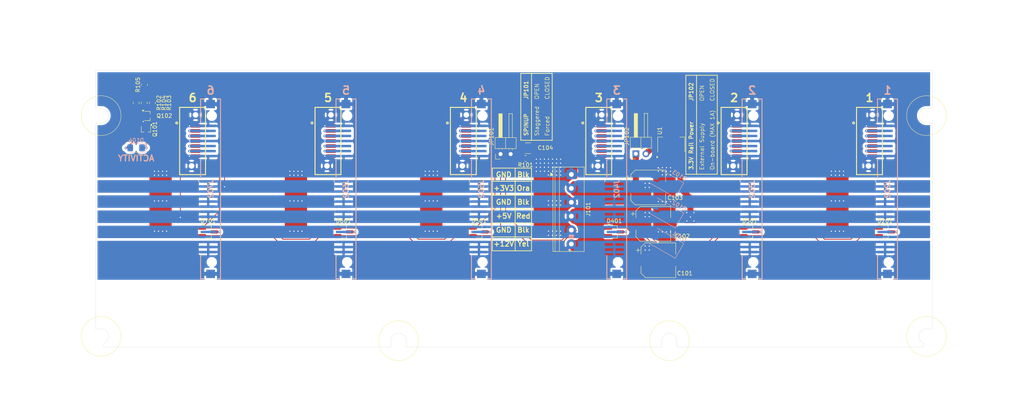
<source format=kicad_pcb>
(kicad_pcb (version 20241229) (generator "pcbnew") (generator_version "9.0")
  (layers (0 "F.Cu" signal) (2 "B.Cu" signal) (13 "F.Paste" user) (15 "B.Paste" user) (5 "F.SilkS" user "F.Silkscreen") (7 "B.SilkS" user "B.Silkscreen") (1 "F.Mask" user) (3 "B.Mask" user) (25 "Edge.Cuts" user))
  (net 0 "")
  (net 1 "+12V")
  (net 2 "GND")
  (net 3 "/Port_1/A+")
  (net 4 "/Port_1/A-")
  (net 5 "/Port_1/B+")
  (net 6 "/Port_1/B-")
  (net 7 "+3.3V")
  (net 8 "+5V")
  (net 9 "Net-(D104-A)")
  (net 10 "Net-(D104-K)")
  (net 11 "STA_N")
  (net 12 "/Port_2/A-")
  (net 13 "/Port_2/A+")
  (net 14 "/Port_2/B-")
  (net 15 "/Port_2/B+")
  (net 16 "/Port_1/STA{slash}ACT")
  (net 17 "ACT")
  (net 18 "/Port_2/STA{slash}ACT")
  (net 19 "/Port_3/STA{slash}ACT")
  (net 20 "/Port_3/A-")
  (net 21 "/Port_3/B-")
  (net 22 "/Port_3/B+")
  (net 23 "/Port_3/A+")
  (net 24 "/Port_4/STA{slash}ACT")
  (net 25 "/Port_5/STA{slash}ACT")
  (net 26 "/Port_6/STA{slash}ACT")
  (net 27 "/Port_4/A-")
  (net 28 "/Port_4/B+")
  (net 29 "/Port_4/B-")
  (net 30 "/Port_4/A+")
  (net 31 "/Port_5/B-")
  (net 32 "/Port_5/A-")
  (net 33 "/Port_5/A+")
  (net 34 "/Port_5/B+")
  (net 35 "/Port_6/B+")
  (net 36 "/Port_6/A-")
  (net 37 "/Port_6/B-")
  (net 38 "/Port_6/A+")
  (net 39 "Net-(Q101-G)")
  (net 40 "Net-(Q102-G)")
  (net 41 "Net-(JP102-B)")
  (net 42 "Net-(JP101-B)")
  (footprint "Package_TO_SOT_SMD:SOT-23_Handsoldering" (layer "F.Cu") (at 53.3 136.045)
    (property "Reference" "D701")
    (property "Value" "BAT54S")
  )
  (footprint "Libraries:67800-5005_2" (layer "F.Cu") (at 80.125 104.735 -90)
    (property "Reference" "J601" (hide yes))
    (property "Value" "67800-5001" (hide yes))
  )
  (footprint "Package_TO_SOT_SMD:SOT-323_SC-70_Handsoldering" (layer "F.Cu") (at 37.994 106.902)
    (property "Reference" "Q102")
    (property "Value" "DMG1012UW")
  )
  (footprint "Connector_PinHeader_2.54mm:PinHeader_1x02_P2.54mm_Horizontal" (layer "F.Cu") (at 160.7 116.4 90)
    (property "Reference" "JP102")
    (property "Value" "Jumper")
  )
  (footprint "Capacitor_SMD:CP_Elec_8x10.5" (layer "F.Cu") (at 166.355 143.157)
    (property "Reference" "C101")
    (property "Value" "100uF 25V")
  )
  (footprint "Resistor_SMD:R_0805_2012Metric_Pad1.20x1.40mm_HandSolder" (layer "F.Cu") (at 39.264 103.6 90)
    (property "Reference" "R103")
    (property "Value" "1M")
  )
  (footprint "Resistor_SMD:R_0805_2012Metric_Pad1.20x1.40mm_HandSolder" (layer "F.Cu") (at 37.289678 99.059 90)
    (property "Reference" "R105")
    (property "Value" "100k")
  )
  (footprint "Resistor_SMD:R_0805_2012Metric_Pad1.20x1.40mm_HandSolder" (layer "F.Cu") (at 35.2 103.6 90)
    (property "Reference" "R102")
    (property "Value" "270R")
  )
  (footprint "Capacitor_SMD:C_1210_3225Metric_Pad1.33x2.70mm_HandSolder" (layer "F.Cu") (at 133.6 115 180)
    (property "Reference" "C104")
    (property "Value" "100uF 6.3V")
  )
  (footprint "Package_TO_SOT_SMD:SOT-23_Handsoldering" (layer "F.Cu") (at 121.3 136.045)
    (property "Reference" "D501")
    (property "Value" "BAT54S")
  )
  (footprint "Package_TO_SOT_SMD:SOT-323_SC-70_Handsoldering" (layer "F.Cu") (at 37.657 110.204 -90)
    (property "Reference" "Q101")
    (property "Value" "DMG1012UW")
  )
  (footprint "Connector_PinHeader_2.54mm:PinHeader_1x02_P2.54mm_Horizontal" (layer "F.Cu") (at 126.7145 116.475 90)
    (property "Reference" "JP101")
    (property "Value" "Jumper")
  )
  (footprint "Package_TO_SOT_SMD:SOT-23_Handsoldering" (layer "F.Cu") (at 87.3 136.045)
    (property "Reference" "D601")
    (property "Value" "BAT54S")
  )
  (footprint "TerminalBlock_Phoenix:TerminalBlock_Phoenix_PT-1,5-6-3.5-H_1x06_P3.50mm_Horizontal" (layer "F.Cu") (at 144.5 121.6 -90)
    (property "Reference" "J101")
    (property "Value" "Conn_01x06")
  )
  (footprint "Capacitor_SMD:CP_Elec_8x10.5" (layer "F.Cu") (at 165.085 134.013)
    (property "Reference" "C102")
    (property "Value" "100uF 25V")
  )
  (footprint "Capacitor_SMD:CP_Elec_8x10.5" (layer "F.Cu") (at 163.815 124.869)
    (property "Reference" "C103")
    (property "Value" "100uF 25V")
  )
  (footprint "Libraries:67800-5005_2" (layer "F.Cu") (at 216.125 104.735 -90)
    (property "Reference" "J201" (hide yes))
    (property "Value" "67800-5001" (hide yes))
  )
  (footprint "Libraries:67800-5005_2" (layer "F.Cu") (at 148.125 104.735 -90)
    (property "Reference" "J401" (hide yes))
    (property "Value" "67800-5001" (hide yes))
  )
  (footprint "Package_TO_SOT_SMD:SOT-223-3_TabPin2" (layer "F.Cu") (at 169.6 114.1 90)
    (property "Reference" "U1")
    (property "Value" "NCP1117-3.3_SOT223")
  )
  (footprint "Libraries:67800-5005_2" (layer "F.Cu") (at 46.125 104.735 -90)
    (property "Reference" "J701" (hide yes))
    (property "Value" "67800-5001" (hide yes))
  )
  (footprint "Libraries:67800-5005_2" (layer "F.Cu") (at 182.125 104.735 -90)
    (property "Reference" "J301" (hide yes))
    (property "Value" "67800-5001" (hide yes))
  )
  (footprint "Resistor_SMD:R_0805_2012Metric_Pad1.20x1.40mm_HandSolder" (layer "F.Cu") (at 37.232 103.6 -90)
    (property "Reference" "R104")
    (property "Value" "100k")
  )
  (footprint "Package_TO_SOT_SMD:SOT-23_Handsoldering" (layer "F.Cu") (at 223.3 136.045)
    (property "Reference" "D201")
    (property "Value" "BAT54S")
  )
  (footprint "Libraries:67800-5005_2" (layer "F.Cu") (at 114.125 104.735 -90)
    (property "Reference" "J501" (hide yes))
    (property "Value" "67800-5001" (hide yes))
  )
  (footprint "Package_TO_SOT_SMD:SOT-23_Handsoldering" (layer "F.Cu") (at 155.3 136.045)
    (property "Reference" "D401")
    (property "Value" "BAT54S")
  )
  (footprint "Resistor_SMD:R_0805_2012Metric_Pad1.20x1.40mm_HandSolder" (layer "F.Cu") (at 133 117.6)
    (property "Reference" "R101")
    (property "Value" "1M")
  )
  (footprint "Package_TO_SOT_SMD:SOT-23_Handsoldering" (layer "F.Cu") (at 189.3 136.045)
    (property "Reference" "D301")
    (property "Value" "BAT54S")
  )
  (footprint "Diode_SMD:D_SMA-SMB_Universal_Handsoldering" (layer "B.Cu") (at 167.371 130.711 150)
    (property "Reference" "D102")
    (property "Value" "SMAJ5.0A")
  )
  (footprint "Libraries:17352842" (layer "B.Cu") (at 121.9 125.25 -90)
    (property "Reference" "J502")
    (property "Value" "1735284-2" (hide yes))
  )
  (footprint "LED_SMD:LED_1206_3216Metric_Pad1.42x1.75mm_HandSolder" (layer "B.Cu") (at 35.2 114.903 180)
    (property "Reference" "D104")
    (property "Value" "Yellow")
  )
  (footprint "Libraries:17352842" (layer "B.Cu") (at 53.9 125.25 -90)
    (property "Reference" "J702")
    (property "Value" "1735284-2" (hide yes))
  )
  (footprint "Libraries:17352842" (layer "B.Cu") (at 87.9 125.25 -90)
    (property "Reference" "J602")
    (property "Value" "1735284-2" (hide yes))
  )
  (footprint "Diode_SMD:D_SMA-SMB_Universal_Handsoldering" (layer "B.Cu") (at 167.371 123.091 150)
    (property "Reference" "D103")
    (property "Value" "SMF3.3")
  )
  (footprint "Diode_SMD:D_SMA-SMB_Universal_Handsoldering" (layer "B.Cu") (at 167.371 138.331 150)
    (property "Reference" "D101")
    (property "Value" "SMAJ12A")
  )
  (footprint "Libraries:17352842" (layer "B.Cu") (at 189.9 125.25 -90)
    (property "Reference" "J302")
    (property "Value" "1735284-2" (hide yes))
  )
  (footprint "Libraries:17352842" (layer "B.Cu") (at 223.9 125.25 -90)
    (property "Reference" "J202")
    (property "Value" "1735284-2" (hide yes))
  )
  (footprint "Libraries:17352842" (layer "B.Cu") (at 155.9 125.25 -90)
    (property "Reference" "J402")
    (property "Value" "1735284-2" (hide yes))
  )
  (gr_circle (center 101.1 163.4) (end 96.1 163.4) (stroke (width 0.1)) (fill no) (layer "F.SilkS"))
  (gr_circle (center 169.1 163.4) (end 164.1 163.4) (stroke (width 0.1)) (fill no) (layer "F.SilkS"))
  (gr_circle (center 233.7 162.3) (end 228.7 162.3) (stroke (width 0.1)) (fill no) (layer "F.SilkS"))
  (gr_circle (center 233.7 106.8) (end 228.7 106.8) (stroke (width 0.1)) (fill no) (layer "F.SilkS"))
  (gr_circle (center 26.4 106.8) (end 21.4 106.8) (stroke (width 0.1)) (fill no) (layer "F.SilkS"))
  (gr_circle (center 26.4 162.3) (end 21.4 162.3) (stroke (width 0.1)) (fill no) (layer "F.SilkS"))
  (gr_line (start 25 160.4) (end 25 108.7) (stroke (width 0.05)) (layer "Edge.Cuts"))
  (gr_line (start 26.4 108.7) (end 25 108.7) (stroke (width 0.05)) (layer "Edge.Cuts"))
  (gr_line (start 27.049838 164.085416) (end 27.1 165) (stroke (width 0.05)) (layer "Edge.Cuts"))
  (gr_line (start 103 163.4) (end 103 165) (stroke (width 0.05)) (layer "Edge.Cuts"))
  (gr_line (start 233.050165 164.085416) (end 233 165) (stroke (width 0.05)) (layer "Edge.Cuts"))
  (gr_line (start 26.4 160.4) (end 25 160.4) (stroke (width 0.05)) (layer "Edge.Cuts"))
  (gr_line (start 171 163.4) (end 171 165) (stroke (width 0.05)) (layer "Edge.Cuts"))
  (gr_line (start 25 104.9) (end 25 95.4) (stroke (width 0.05)) (layer "Edge.Cuts"))
  (gr_line (start 235.1 108.7) (end 235.1 160.4) (stroke (width 0.05)) (layer "Edge.Cuts"))
  (gr_line (start 167.2 165) (end 103 165) (stroke (width 0.05)) (layer "Edge.Cuts"))
  (gr_arc (start 26.4 104.9) (mid 28.3 106.8) (end 26.4 108.7) (stroke (width 0.05)) (layer "Edge.Cuts"))
  (gr_arc (start 26.4 160.4) (mid 28.271135 161.970069) (end 27.049838 164.085416) (stroke (width 0.05)) (layer "Edge.Cuts"))
  (gr_line (start 233.7 160.4) (end 235.1 160.4) (stroke (width 0.05)) (layer "Edge.Cuts"))
  (gr_arc (start 233.7 108.7) (mid 231.8 106.8) (end 233.7 104.9) (stroke (width 0.05)) (layer "Edge.Cuts"))
  (gr_line (start 233.7 104.9) (end 235.1 104.9) (stroke (width 0.05)) (layer "Edge.Cuts"))
  (gr_line (start 167.2 163.4) (end 167.2 165) (stroke (width 0.05)) (layer "Edge.Cuts"))
  (gr_line (start 99.2 165) (end 27.1 165) (stroke (width 0.05)) (layer "Edge.Cuts"))
  (gr_arc (start 167.2 163.4) (mid 169.1 161.5) (end 171 163.4) (stroke (width 0.05)) (layer "Edge.Cuts"))
  (gr_arc (start 233.050162 164.085416) (mid 231.828865 161.970069) (end 233.7 160.4) (stroke (width 0.05)) (layer "Edge.Cuts"))
  (gr_arc (start 99.2 163.4) (mid 101.1 161.5) (end 103 163.4) (stroke (width 0.05)) (layer "Edge.Cuts"))
  (gr_line (start 233 165) (end 171 165) (stroke (width 0.05)) (layer "Edge.Cuts"))
  (gr_line (start 25 95.4) (end 235.1 95.4) (stroke (width 0.05)) (layer "Edge.Cuts"))
  (gr_line (start 99.2 163.4) (end 99.2 165) (stroke (width 0.05)) (layer "Edge.Cuts"))
  (gr_line (start 235.1 95.4) (end 235.1 104.9) (stroke (width 0.05)) (layer "Edge.Cuts"))
  (gr_line (start 233.7 108.7) (end 235.1 108.7) (stroke (width 0.05)) (layer "Edge.Cuts"))
  (gr_line (start 26.4 104.9) (end 25 104.9) (stroke (width 0.05)) (layer "Edge.Cuts"))
  (gr_text "5" (at 83.4 103.5 0) (layer "F.SilkS") (effects (font (size 2 2) (thickness 0.4) (bold yes)) (justify bottom)))
  (gr_text "3" (at 151.4 103.5 0) (layer "F.SilkS") (effects (font (size 2 2) (thickness 0.4) (bold yes)) (justify bottom)))
  (gr_text "4" (at 117.4 103.5 0) (layer "F.SilkS") (effects (font (size 2 2) (thickness 0.4) (bold yes)) (justify bottom)))
  (gr_text "1" (at 219.4 103.5 0) (layer "F.SilkS") (effects (font (size 2 2) (thickness 0.4) (bold yes)) (justify bottom)))
  (gr_text "6" (at 49.4 103.5 0) (layer "F.SilkS") (effects (font (size 2 2) (thickness 0.4) (bold yes)) (justify bottom)))
  (gr_text "2" (at 185.4 103.5 0) (layer "F.SilkS") (effects (font (size 2 2) (thickness 0.4) (bold yes)) (justify bottom)))
  (gr_text "4" (at 121.9 101.64 0) (layer "B.SilkS") (effects (font (size 2 2) (thickness 0.4) (bold yes)) (justify bottom mirror)))
  (gr_text "6" (at 53.9 101.64 0) (layer "B.SilkS") (effects (font (size 2 2) (thickness 0.4) (bold yes)) (justify bottom mirror)))
  (gr_text "2" (at 189.9 101.64 0) (layer "B.SilkS") (effects (font (size 2 2) (thickness 0.4) (bold yes)) (justify bottom mirror)))
  (gr_text "3" (at 155.9 101.64 0) (layer "B.SilkS") (effects (font (size 2 2) (thickness 0.4) (bold yes)) (justify bottom mirror)))
  (gr_text "ACTIVITY" (at 35.2 118.4 0) (layer "B.SilkS") (effects (font (size 1.5 1.5) (thickness 0.3) (bold yes)) (justify bottom mirror)))
  (gr_text "1" (at 223.9 101.64 0) (layer "B.SilkS") (effects (font (size 2 2) (thickness 0.4) (bold yes)) (justify bottom mirror)))
  (gr_text "5" (at 87.9 101.64 0) (layer "B.SilkS") (effects (font (size 2 2) (thickness 0.4) (bold yes)) (justify bottom mirror)))
  (table (column_count 2) (layer "F.SilkS") (border (external yes) (header yes) (stroke (width 0.2))) (separators (rows no) (cols no)) (column_widths 17.3 7.6) (row_heights 2.7 2.7 2.5) (cells (table_cell "3.3V Rail Power" (start 173.25 121.55) (end 175.95 104.25) (margins 1.0025 1.0025 1.0025 1.0025) (span 1 1) (angle 90) (layer "F.SilkS") (effects (font (size 1 1) (bold yes)) (justify left))) (table_cell "JP102" (start 173.25 104.25) (end 175.95 96.65) (margins 1.0025 1.0025 1.0025 1.0025) (span 1 1) (angle 90) (layer "F.SilkS") (effects (font (size 1 1) (bold yes)) (justify left))) (table_cell "External Supply" (start 175.95 121.55) (end 178.65 104.25) (margins 1.0025 1.0025 1.0025 1.0025) (span 1 1) (angle 90) (layer "F.SilkS") (effects (font (size 1 1)) (justify left))) (table_cell "OPEN" (start 175.95 104.25) (end 178.65 96.65) (margins 1.0025 1.0025 1.0025 1.0025) (span 1 1) (angle 90) (layer "F.SilkS") (effects (font (size 1 1)) (justify left))) (table_cell "On-board (MAX 1A)" (start 178.65 121.55) (end 181.15 104.25) (margins 1.0025 1.0025 1.0025 1.0025) (span 1 1) (angle 90) (layer "F.SilkS") (effects (font (size 1 1)) (justify left))) (table_cell "CLOSED" (start 178.65 104.25) (end 181.15 96.65) (margins 1.0025 1.0025 1.0025 1.0025) (span 1 1) (angle 90) (layer "F.SilkS") (effects (font (size 1 1)) (justify left)))))
  (table (column_count 2) (layer "F.SilkS") (border (external yes) (header yes) (stroke (width 0.2))) (separators (rows no) (cols no)) (column_widths 9.2 7.6) (row_heights 2.7 2.7 2.5) (cells (table_cell "SPINUP" (start 131.8 113) (end 134.5 103.8) (margins 1.0025 1.0025 1.0025 1.0025) (span 1 1) (angle 90) (layer "F.SilkS") (effects (font (size 1 1) (bold yes)) (justify left))) (table_cell "JP101" (start 131.8 103.8) (end 134.5 96.2) (margins 1.0025 1.0025 1.0025 1.0025) (span 1 1) (angle 90) (layer "F.SilkS") (effects (font (size 1 1) (bold yes)) (justify left))) (table_cell "Staggered" (start 134.5 113) (end 137.2 103.8) (margins 1.0025 1.0025 1.0025 1.0025) (span 1 1) (angle 90) (layer "F.SilkS") (effects (font (size 1 1)) (justify left))) (table_cell "OPEN" (start 134.5 103.8) (end 137.2 96.2) (margins 1.0025 1.0025 1.0025 1.0025) (span 1 1) (angle 90) (layer "F.SilkS") (effects (font (size 1 1)) (justify left))) (table_cell "Forced" (start 137.2 113) (end 139.7 103.8) (margins 1.0025 1.0025 1.0025 1.0025) (span 1 1) (angle 90) (layer "F.SilkS") (effects (font (size 1 1)) (justify left))) (table_cell "CLOSED" (start 137.2 103.8) (end 139.7 96.2) (margins 1.0025 1.0025 1.0025 1.0025) (span 1 1) (angle 90) (layer "F.SilkS") (effects (font (size 1 1)) (justify left)))))
  (table (column_count 2) (layer "F.SilkS") (border (external yes) (header yes) (stroke (width 0.2))) (separators (rows yes) (cols yes) (stroke (width 0.2))) (column_widths 5.75 4.1) (row_heights 3.3 3.5 3.5 3.5 3.5 3.5) (cells (table_cell "GND" (start 124.65 120) (end 130.4 123.3) (margins 1.0025 1.0025 1.0025 1.0025) (span 1 1) (layer "F.SilkS") (effects (font (size 1.27 1.27) (thickness 0.254) (bold yes)))) (table_cell "Blk" (start 130.4 120) (end 134.5 123.3) (margins 1.0025 1.0025 1.0025 1.0025) (span 1 1) (layer "F.SilkS") (effects (font (size 1.27 1.27) (thickness 0.254) (bold yes)))) (table_cell "+3V3" (start 124.65 123.3) (end 130.4 126.8) (margins 1.0025 1.0025 1.0025 1.0025) (span 1 1) (layer "F.SilkS") (effects (font (size 1.27 1.27) (thickness 0.254) (bold yes)))) (table_cell "Ora" (start 130.4 123.3) (end 134.5 126.8) (margins 1.0025 1.0025 1.0025 1.0025) (span 1 1) (layer "F.SilkS") (effects (font (size 1.27 1.27) (thickness 0.254) (bold yes)))) (table_cell "GND" (start 124.65 126.8) (end 130.4 130.3) (margins 1.0025 1.0025 1.0025 1.0025) (span 1 1) (layer "F.SilkS") (effects (font (size 1.27 1.27) (thickness 0.254) (bold yes)))) (table_cell "Blk" (start 130.4 126.8) (end 134.5 130.3) (margins 1.0025 1.0025 1.0025 1.0025) (span 1 1) (layer "F.SilkS") (effects (font (size 1.27 1.27) (thickness 0.254) (bold yes)))) (table_cell "+5V" (start 124.65 130.3) (end 130.4 133.8) (margins 1.0025 1.0025 1.0025 1.0025) (span 1 1) (layer "F.SilkS") (effects (font (size 1.27 1.27) (thickness 0.254) (bold yes)))) (table_cell "Red" (start 130.4 130.3) (end 134.5 133.8) (margins 1.0025 1.0025 1.0025 1.0025) (span 1 1) (layer "F.SilkS") (effects (font (size 1.27 1.27) (thickness 0.254) (bold yes)))) (table_cell "GND" (start 124.65 133.8) (end 130.4 137.3) (margins 1.0025 1.0025 1.0025 1.0025) (span 1 1) (layer "F.SilkS") (effects (font (size 1.27 1.27) (thickness 0.254) (bold yes)))) (table_cell "Blk" (start 130.4 133.8) (end 134.5 137.3) (margins 1.0025 1.0025 1.0025 1.0025) (span 1 1) (layer "F.SilkS") (effects (font (size 1.27 1.27) (thickness 0.254) (bold yes)))) (table_cell "+12V" (start 124.65 137.3) (end 130.4 140.8) (margins 1.0025 1.0025 1.0025 1.0025) (span 1 1) (layer "F.SilkS") (effects (font (size 1.27 1.27) (thickness 0.254) (bold yes)))) (table_cell "Yel" (start 130.4 137.3) (end 134.5 140.8) (margins 1.0025 1.0025 1.0025 1.0025) (span 1 1) (layer "F.SilkS") (effects (font (size 1.27 1.27) (thickness 0.254) (bold yes))))))
  (via (at 163.053 140.617) (size 0.6) (drill 0.3) (layers "F.Cu" "B.Cu") (net 1))
  (via (at 163.053 139.601) (size 0.6) (drill 0.3) (layers "F.Cu" "B.Cu") (net 1))
  (via (at 164.069 140.617) (size 0.6) (drill 0.3) (layers "F.Cu" "B.Cu") (net 1))
  (via (at 164.069 139.601) (size 0.6) (drill 0.3) (layers "F.Cu" "B.Cu") (net 1))
  (segment (start 82.601 113.185) (end 84.125 113.185) (width 0.6) (layer "F.Cu") (net 2))
  (segment (start 116.601 109.375) (end 118.125 109.375) (width 0.6) (layer "F.Cu") (net 2))
  (segment (start 36.994 109.191) (end 37.007 109.204) (width 0.2) (layer "F.Cu") (net 2))
  (segment (start 167.3 120.734) (end 167.371 120.805) (width 1.5) (layer "F.Cu") (net 2))
  (segment (start 116.601 113.185) (end 118.125 113.185) (width 0.6) (layer "F.Cu") (net 2))
  (segment (start 48.601 116.995) (end 50.125 116.995) (width 0.6) (layer "F.Cu") (net 2))
  (segment (start 184.601 113.185) (end 186.125 113.185) (width 0.6) (layer "F.Cu") (net 2))
  (segment (start 150.601 113.185) (end 152.125 113.185) (width 0.6) (layer "F.Cu") (net 2))
  (segment (start 150.601 109.375) (end 152.125 109.375) (width 0.6) (layer "F.Cu") (net 2))
  (segment (start 150.601 116.995) (end 152.125 116.995) (width 0.6) (layer "F.Cu") (net 2))
  (segment (start 184.601 116.995) (end 186.125 116.995) (width 0.6) (layer "F.Cu") (net 2))
  (segment (start 48.601 109.375) (end 50.125 109.375) (width 0.6) (layer "F.Cu") (net 2))
  (segment (start 135.1625 115) (end 135.1625 117.2065) (width 0.2) (layer "F.Cu") (net 2))
  (segment (start 218.601 113.185) (end 220.125 113.185) (width 0.6) (layer "F.Cu") (net 2))
  (segment (start 218.601 109.375) (end 220.125 109.375) (width 0.6) (layer "F.Cu") (net 2))
  (segment (start 135.556 117.6) (end 135.708 117.752) (width 0.2) (layer "F.Cu") (net 2))
  (segment (start 184.601 109.375) (end 186.125 109.375) (width 0.6) (layer "F.Cu") (net 2))
  (segment (start 134 117.6) (end 135.556 117.6) (width 0.2) (layer "F.Cu") (net 2))
  (segment (start 36.994 107.552) (end 36.994 109.191) (width 0.2) (layer "F.Cu") (net 2))
  (segment (start 82.601 109.375) (end 84.125 109.375) (width 0.6) (layer "F.Cu") (net 2))
  (segment (start 218.601 116.995) (end 220.125 116.995) (width 0.6) (layer "F.Cu") (net 2))
  (segment (start 135.1625 117.2065) (end 135.708 117.752) (width 0.2) (layer "F.Cu") (net 2))
  (segment (start 48.601 113.185) (end 50.125 113.185) (width 0.6) (layer "F.Cu") (net 2))
  (segment (start 116.601 116.995) (end 118.125 116.995) (width 0.6) (layer "F.Cu") (net 2))
  (segment (start 167.3 117.25) (end 167.3 120.734) (width 1.5) (layer "F.Cu") (net 2))
  (segment (start 82.601 116.995) (end 84.125 116.995) (width 0.6) (layer "F.Cu") (net 2))
  (via (at 108.82 120.8) (size 0.6) (drill 0.3) (layers "F.Cu" "B.Cu") (net 2))
  (via (at 136.724 119.784) (size 0.6) (drill 0.3) (layers "F.Cu" "B.Cu") (net 2))
  (via (at 42.852 121.777) (size 0.6) (drill 0.3) (layers "F.Cu" "B.Cu") (net 2))
  (via (at 140.784 136.9) (size 0.6) (drill 0.3) (layers "F.Cu" "B.Cu") (net 2))
  (via (at 138.756 120.8) (size 0.6) (drill 0.3) (layers "F.Cu" "B.Cu") (net 2))
  (via (at 218.601 109.375) (size 0.6) (drill 0.3) (layers "F.Cu" "B.Cu") (net 2))
  (via (at 135.708 118.768) (size 0.6) (drill 0.3) (layers "F.Cu" "B.Cu") (net 2))
  (via (at 139.768 136.9) (size 0.6) (drill 0.3) (layers "F.Cu" "B.Cu") (net 2))
  (via (at 138.752 121.750638) (size 0.6) (drill 0.3) (layers "F.Cu" "B.Cu") (net 2))
  (via (at 138.752 128.227638) (size 0.6) (drill 0.3) (layers "F.Cu" "B.Cu") (net 2))
  (via (at 169.403 119.9) (size 0.6) (drill 0.3) (layers "F.Cu" "B.Cu") (net 2))
  (via (at 169.403 136.045) (size 0.6) (drill 0.3) (layers "F.Cu" "B.Cu") (net 2))
  (via (at 76.852 128.254) (size 0.6) (drill 0.3) (layers "F.Cu" "B.Cu") (net 2))
  (via (at 140.784 129.3) (size 0.6) (drill 0.3) (layers "F.Cu" "B.Cu") (net 2))
  (via (at 211.836 120.8) (size 0.6) (drill 0.3) (layers "F.Cu" "B.Cu") (net 2))
  (via (at 184.601 109.375) (size 0.6) (drill 0.3) (layers "F.Cu" "B.Cu") (net 2))
  (via (at 218.601 113.185) (size 0.6) (drill 0.3) (layers "F.Cu" "B.Cu") (net 2))
  (via (at 140.784 121.750638) (size 0.6) (drill 0.3) (layers "F.Cu" "B.Cu") (net 2))
  (via (at 109.836 121.777) (size 0.6) (drill 0.3) (layers "F.Cu" "B.Cu") (net 2))
  (via (at 36.994 108.299) (size 0.6) (drill 0.3) (layers "F.Cu" "B.Cu") (net 2))
  (via (at 150.601 109.375) (size 0.6) (drill 0.3) (layers "F.Cu" "B.Cu") (net 2))
  (via (at 82.601 109.375) (size 0.6) (drill 0.3) (layers "F.Cu" "B.Cu") (net 2))
  (via (at 166.355 120.805) (size 0.6) (drill 0.3) (layers "F.Cu" "B.Cu") (net 2))
  (via (at 139.768 135.847638) (size 0.6) (drill 0.3) (layers "F.Cu" "B.Cu") (net 2))
  (via (at 211.836 128.254) (size 0.6) (drill 0.3) (layers "F.Cu" "B.Cu") (net 2))
  (via (at 107.804 135.874) (size 0.6) (drill 0.3) (layers "F.Cu" "B.Cu") (net 2))
  (via (at 136.724 118.768) (size 0.6) (drill 0.3) (layers "F.Cu" "B.Cu") (net 2))
  (via (at 136.724 120.8) (size 0.6) (drill 0.3) (layers "F.Cu" "B.Cu") (net 2))
  (via (at 110.852 128.254) (size 0.6) (drill 0.3) (layers "F.Cu" "B.Cu") (net 2))
  (via (at 209.804 128.254) (size 0.6) (drill 0.3) (layers "F.Cu" "B.Cu") (net 2))
  (via (at 150.601 113.185) (size 0.6) (drill 0.3) (layers "F.Cu" "B.Cu") (net 2))
  (via (at 167.371 136.045) (size 0.6) (drill 0.3) (layers "F.Cu" "B.Cu") (net 2))
  (via (at 169.403 128.425) (size 0.6) (drill 0.3) (layers "F.Cu" "B.Cu") (net 2))
  (via (at 138.756 119.784) (size 0.6) (drill 0.3) (layers "F.Cu" "B.Cu") (net 2))
  (via (at 150.601 116.995) (size 0.6) (drill 0.3) (layers "F.Cu" "B.Cu") (net 2))
  (via (at 108.82 128.254) (size 0.6) (drill 0.3) (layers "F.Cu" "B.Cu") (net 2))
  (via (at 109.836 135.874) (size 0.6) (drill 0.3) (layers "F.Cu" "B.Cu") (net 2))
  (via (at 140.788 118.768) (size 0.6) (drill 0.3) (layers "F.Cu" "B.Cu") (net 2))
  (via (at 209.804 121.777) (size 0.6) (drill 0.3) (layers "F.Cu" "B.Cu") (net 2))
  (via (at 75.836 128.254) (size 0.6) (drill 0.3) (layers "F.Cu" "B.Cu") (net 2))
  (via (at 139.772 119.784) (size 0.6) (drill 0.3) (layers "F.Cu" "B.Cu") (net 2))
  (via (at 135.708 117.752) (size 0.6) (drill 0.3) (layers "F.Cu" "B.Cu") (net 2))
  (via (at 212.852 135.874) (size 0.6) (drill 0.3) (layers "F.Cu" "B.Cu") (net 2))
  (via (at 140.784 128.227638) (size 0.6) (drill 0.3) (layers "F.Cu" "B.Cu") (net 2))
  (via (at 40.82 121.777) (size 0.6) (drill 0.3) (layers "F.Cu" "B.Cu") (net 2))
  (via (at 48.601 109.375) (size 0.6) (drill 0.3) (layers "F.Cu" "B.Cu") (net 2))
  (via (at 167.371 128.425) (size 0.6) (drill 0.3) (layers "F.Cu" "B.Cu") (net 2))
  (via (at 139.772 118.768) (size 0.6) (drill 0.3) (layers "F.Cu" "B.Cu") (net 2))
  (via (at 138.752 136.9) (size 0.6) (drill 0.3) (layers "F.Cu" "B.Cu") (net 2))
  (via (at 141.8 129.3) (size 0.6) (drill 0.3) (layers "F.Cu" "B.Cu") (net 2))
  (via (at 166.355 136.045) (size 0.6) (drill 0.3) (layers "F.Cu" "B.Cu") (net 2))
  (via (at 108.82 121.777) (size 0.6) (drill 0.3) (layers "F.Cu" "B.Cu") (net 2))
  (via (at 168.387 119.9) (size 0.6) (drill 0.3) (layers "F.Cu" "B.Cu") (net 2))
  (via (at 184.601 113.185) (size 0.6) (drill 0.3) (layers "F.Cu" "B.Cu") (net 2))
  (via (at 116.601 116.995) (size 0.6) (drill 0.3) (layers "F.Cu" "B.Cu") (net 2))
  (via (at 116.601 109.375) (size 0.6) (drill 0.3) (layers "F.Cu" "B.Cu") (net 2))
  (via (at 116.601 113.185) (size 0.6) (drill 0.3) (layers "F.Cu" "B.Cu") (net 2))
  (via (at 138.752 129.3) (size 0.6) (drill 0.3) (layers "F.Cu" "B.Cu") (net 2))
  (via (at 41.836 135.874) (size 0.6) (drill 0.3) (layers "F.Cu" "B.Cu") (net 2))
  (via (at 73.804 128.254) (size 0.6) (drill 0.3) (layers "F.Cu" "B.Cu") (net 2))
  (via (at 137.74 118.768) (size 0.6) (drill 0.3) (layers "F.Cu" "B.Cu") (net 2))
  (via (at 82.601 113.185) (size 0.6) (drill 0.3) (layers "F.Cu" "B.Cu") (net 2))
  (via (at 40.82 135.874) (size 0.6) (drill 0.3) (layers "F.Cu" "B.Cu") (net 2))
  (via (at 74.82 135.874) (size 0.6) (drill 0.3) (layers "F.Cu" "B.Cu") (net 2))
  (via (at 107.804 121.777) (size 0.6) (drill 0.3) (layers "F.Cu" "B.Cu") (net 2))
  (via (at 107.804 120.8) (size 0.6) (drill 0.3) (layers "F.Cu" "B.Cu") (net 2))
  (via (at 212.852 121.777) (size 0.6) (drill 0.3) (layers "F.Cu" "B.Cu") (net 2))
  (via (at 75.836 121.777) (size 0.6) (drill 0.3) (layers "F.Cu" "B.Cu") (net 2))
  (via (at 135.708 120.8) (size 0.6) (drill 0.3) (layers "F.Cu" "B.Cu") (net 2))
  (via (at 74.82 128.254) (size 0.6) (drill 0.3) (layers "F.Cu" "B.Cu") (net 2))
  (via (at 138.756 117.752) (size 0.6) (drill 0.3) (layers "F.Cu" "B.Cu") (net 2))
  (via (at 42.852 120.8) (size 0.6) (drill 0.3) (layers "F.Cu" "B.Cu") (net 2))
  (via (at 110.852 120.8) (size 0.6) (drill 0.3) (layers "F.Cu" "B.Cu") (net 2))
  (via (at 141.8 121.750638) (size 0.6) (drill 0.3) (layers "F.Cu" "B.Cu") (net 2))
  (via (at 73.804 121.777) (size 0.6) (drill 0.3) (layers "F.Cu" "B.Cu") (net 2))
  (via (at 166.355 119.9) (size 0.6) (drill 0.3) (layers "F.Cu" "B.Cu") (net 2))
  (via (at 139.768 129.3) (size 0.6) (drill 0.3) (layers "F.Cu" "B.Cu") (net 2))
  (via (at 218.601 116.995) (size 0.6) (drill 0.3) (layers "F.Cu" "B.Cu") (net 2))
  (via (at 41.836 121.777) (size 0.6) (drill 0.3) (layers "F.Cu" "B.Cu") (net 2))
  (via (at 209.804 120.8) (size 0.6) (drill 0.3) (layers "F.Cu" "B.Cu") (net 2))
  (via (at 168.387 121.7) (size 0.6) (drill 0.3) (layers "F.Cu" "B.Cu") (net 2))
  (via (at 141.804 117.752) (size 0.6) (drill 0.3) (layers "F.Cu" "B.Cu") (net 2))
  (via (at 41.836 128.254) (size 0.6) (drill 0.3) (layers "F.Cu" "B.Cu") (net 2))
  (via (at 141.8 136.9) (size 0.6) (drill 0.3) (layers "F.Cu" "B.Cu") (net 2))
  (via (at 139.772 117.752) (size 0.6) (drill 0.3) (layers "F.Cu" "B.Cu") (net 2))
  (via (at 74.82 121.777) (size 0.6) (drill 0.3) (layers "F.Cu" "B.Cu") (net 2))
  (via (at 40.82 120.8) (size 0.6) (drill 0.3) (layers "F.Cu" "B.Cu") (net 2))
  (via (at 48.601 113.185) (size 0.6) (drill 0.3) (layers "F.Cu" "B.Cu") (net 2))
  (via (at 138.756 118.768) (size 0.6) (drill 0.3) (layers "F.Cu" "B.Cu") (net 2))
  (via (at 139.768 128.227638) (size 0.6) (drill 0.3) (layers "F.Cu" "B.Cu") (net 2))
  (via (at 82.601 116.995) (size 0.6) (drill 0.3) (layers "F.Cu" "B.Cu") (net 2))
  (via (at 210.82 121.777) (size 0.6) (drill 0.3) (layers "F.Cu" "B.Cu") (net 2))
  (via (at 137.74 117.752) (size 0.6) (drill 0.3) (layers "F.Cu" "B.Cu") (net 2))
  (via (at 110.852 121.777) (size 0.6) (drill 0.3) (layers "F.Cu" "B.Cu") (net 2))
  (via (at 39.804 120.8) (size 0.6) (drill 0.3) (layers "F.Cu" "B.Cu") (net 2))
  (via (at 110.852 135.874) (size 0.6) (drill 0.3) (layers "F.Cu" "B.Cu") (net 2))
  (via (at 141.8 135.847638) (size 0.6) (drill 0.3) (layers "F.Cu" "B.Cu") (net 2))
  (via (at 40.82 128.254) (size 0.6) (drill 0.3) (layers "F.Cu" "B.Cu") (net 2))
  (via (at 73.804 135.874) (size 0.6) (drill 0.3) (layers "F.Cu" "B.Cu") (net 2))
  (via (at 48.601 116.995) (size 0.6) (drill 0.3) (layers "F.Cu" "B.Cu") (net 2))
  (via (at 141.804 119.784) (size 0.6) (drill 0.3) (layers "F.Cu" "B.Cu") (net 2))
  (via (at 41.836 120.8) (size 0.6) (drill 0.3) (layers "F.Cu" "B.Cu") (net 2))
  (via (at 109.836 120.8) (size 0.6) (drill 0.3) (layers "F.Cu" "B.Cu") (net 2))
  (via (at 140.788 120.8) (size 0.6) (drill 0.3) (layers "F.Cu" "B.Cu") (net 2))
  (via (at 211.836 135.874) (size 0.6) (drill 0.3) (layers "F.Cu" "B.Cu") (net 2))
  (via (at 169.403 120.805) (size 0.6) (drill 0.3) (layers "F.Cu" "B.Cu") (net 2))
  (via (at 73.804 120.8) (size 0.6) (drill 0.3) (layers "F.Cu" "B.Cu") (net 2))
  (via (at 137.74 120.8) (size 0.6) (drill 0.3) (layers "F.Cu" "B.Cu") (net 2))
  (via (at 141.804 120.8) (size 0.6) (drill 0.3) (layers "F.Cu" "B.Cu") (net 2))
  (via (at 39.804 128.254) (size 0.6) (drill 0.3) (layers "F.Cu" "B.Cu") (net 2))
  (via (at 184.601 116.995) (size 0.6) (drill 0.3) (layers "F.Cu" "B.Cu") (net 2))
  (via (at 136.724 117.752) (size 0.6) (drill 0.3) (layers "F.Cu" "B.Cu") (net 2))
  (via (at 76.852 135.874) (size 0.6) (drill 0.3) (layers "F.Cu" "B.Cu") (net 2))
  (via (at 140.784 135.847638) (size 0.6) (drill 0.3) (layers "F.Cu" "B.Cu") (net 2))
  (via (at 75.836 120.8) (size 0.6) (drill 0.3) (layers "F.Cu" "B.Cu") (net 2))
  (via (at 42.852 135.874) (size 0.6) (drill 0.3) (layers "F.Cu" "B.Cu") (net 2))
  (via (at 139.772 120.8) (size 0.6) (drill 0.3) (layers "F.Cu" "B.Cu") (net 2))
  (via (at 75.836 135.874) (size 0.6) (drill 0.3) (layers "F.Cu" "B.Cu") (net 2))
  (via (at 212.852 120.8) (size 0.6) (drill 0.3) (layers "F.Cu" "B.Cu") (net 2))
  (via (at 141.8 128.227638) (size 0.6) (drill 0.3) (layers "F.Cu" "B.Cu") (net 2))
  (via (at 138.752 135.847638) (size 0.6) (drill 0.3) (layers "F.Cu" "B.Cu") (net 2))
  (via (at 167.371 121.7) (size 0.6) (drill 0.3) (layers "F.Cu" "B.Cu") (net 2))
  (via (at 109.836 128.254) (size 0.6) (drill 0.3) (layers "F.Cu" "B.Cu") (net 2))
  (via (at 212.852 128.254) (size 0.6) (drill 0.3) (layers "F.Cu" "B.Cu") (net 2))
  (via (at 168.387 120.805) (size 0.6) (drill 0.3) (layers "F.Cu" "B.Cu") (net 2))
  (via (at 137.74 119.784) (size 0.6) (drill 0.3) (layers "F.Cu" "B.Cu") (net 2))
  (via (at 76.852 121.777) (size 0.6) (drill 0.3) (layers "F.Cu" "B.Cu") (net 2))
  (via (at 166.355 128.425) (size 0.6) (drill 0.3) (layers "F.Cu" "B.Cu") (net 2))
  (via (at 42.852 128.254) (size 0.6) (drill 0.3) (layers "F.Cu" "B.Cu") (net 2))
  (via (at 39.804 121.777) (size 0.6) (drill 0.3) (layers "F.Cu" "B.Cu") (net 2))
  (via (at 139.768 121.750638) (size 0.6) (drill 0.3) (layers "F.Cu" "B.Cu") (net 2))
  (via (at 135.708 119.784) (size 0.6) (drill 0.3) (layers "F.Cu" "B.Cu") (net 2))
  (via (at 209.804 135.874) (size 0.6) (drill 0.3) (layers "F.Cu" "B.Cu") (net 2))
  (via (at 76.852 120.8) (size 0.6) (drill 0.3) (layers "F.Cu" "B.Cu") (net 2))
  (via (at 168.387 128.425) (size 0.6) (drill 0.3) (layers "F.Cu" "B.Cu") (net 2))
  (via (at 39.804 135.874) (size 0.6) (drill 0.3) (layers "F.Cu" "B.Cu") (net 2))
  (via (at 168.387 136.045) (size 0.6) (drill 0.3) (layers "F.Cu" "B.Cu") (net 2))
  (via (at 210.82 135.874) (size 0.6) (drill 0.3) (layers "F.Cu" "B.Cu") (net 2))
  (via (at 107.804 128.254) (size 0.6) (drill 0.3) (layers "F.Cu" "B.Cu") (net 2))
  (via (at 167.371 119.9) (size 0.6) (drill 0.3) (layers "F.Cu" "B.Cu") (net 2))
  (via (at 210.82 120.8) (size 0.6) (drill 0.3) (layers "F.Cu" "B.Cu") (net 2))
  (via (at 169.403 121.7) (size 0.6) (drill 0.3) (layers "F.Cu" "B.Cu") (net 2))
  (via (at 108.82 135.874) (size 0.6) (drill 0.3) (layers "F.Cu" "B.Cu") (net 2))
  (via (at 167.371 120.805) (size 0.6) (drill 0.3) (layers "F.Cu" "B.Cu") (net 2))
  (via (at 141.804 118.768) (size 0.6) (drill 0.3) (layers "F.Cu" "B.Cu") (net 2))
  (via (at 140.788 119.784) (size 0.6) (drill 0.3) (layers "F.Cu" "B.Cu") (net 2))
  (via (at 74.82 120.8) (size 0.6) (drill 0.3) (layers "F.Cu" "B.Cu") (net 2))
  (via (at 211.836 121.777) (size 0.6) (drill 0.3) (layers "F.Cu" "B.Cu") (net 2))
  (via (at 140.788 117.752) (size 0.6) (drill 0.3) (layers "F.Cu" "B.Cu") (net 2))
  (via (at 210.82 128.254) (size 0.6) (drill 0.3) (layers "F.Cu" "B.Cu") (net 2))
  (segment (start 189.3 113.185) (end 184.601 113.185) (width 0.6) (layer "B.Cu") (net 2))
  (segment (start 121.3 113.185) (end 116.601 113.185) (width 0.6) (layer "B.Cu") (net 2))
  (segment (start 223.3 109.375) (end 218.601 109.375) (width 0.6) (layer "B.Cu") (net 2))
  (segment (start 223.3 116.995) (end 218.601 116.995) (width 0.6) (layer "B.Cu") (net 2))
  (segment (start 121.3 109.375) (end 116.601 109.375) (width 0.6) (layer "B.Cu") (net 2))
  (segment (start 53.3 109.375) (end 48.601 109.375) (width 0.6) (layer "B.Cu") (net 2))
  (segment (start 155.3 109.375) (end 150.601 109.375) (width 0.6) (layer "B.Cu") (net 2))
  (segment (start 87.3 109.375) (end 82.601 109.375) (width 0.6) (layer "B.Cu") (net 2))
  (segment (start 155.3 113.185) (end 150.601 113.185) (width 0.6) (layer "B.Cu") (net 2))
  (segment (start 53.3 113.185) (end 48.601 113.185) (width 0.6) (layer "B.Cu") (net 2))
  (segment (start 223.3 113.185) (end 218.601 113.185) (width 0.6) (layer "B.Cu") (net 2))
  (segment (start 121.3 116.995) (end 116.601 116.995) (width 0.6) (layer "B.Cu") (net 2))
  (segment (start 53.3 116.995) (end 48.601 116.995) (width 0.6) (layer "B.Cu") (net 2))
  (segment (start 155.3 116.995) (end 150.601 116.995) (width 0.6) (layer "B.Cu") (net 2))
  (segment (start 189.3 116.995) (end 184.601 116.995) (width 0.6) (layer "B.Cu") (net 2))
  (segment (start 87.3 116.995) (end 82.601 116.995) (width 0.6) (layer "B.Cu") (net 2))
  (segment (start 189.3 109.375) (end 184.601 109.375) (width 0.6) (layer "B.Cu") (net 2))
  (segment (start 87.3 113.185) (end 82.601 113.185) (width 0.6) (layer "B.Cu") (net 2))
  (segment (start 218.601 110.645) (end 220.125 110.645) (width 0.6) (layer "F.Cu") (net 3))
  (via (at 218.601 110.645) (size 0.6) (drill 0.3) (layers "F.Cu" "B.Cu") (net 3))
  (segment (start 223.3 110.645) (end 218.601 110.645) (width 0.6) (layer "B.Cu") (net 3))
  (segment (start 218.601 111.915) (end 220.125 111.915) (width 0.6) (layer "F.Cu") (net 4))
  (via (at 218.601 111.915) (size 0.6) (drill 0.3) (layers "F.Cu" "B.Cu") (net 4))
  (segment (start 223.3 111.915) (end 218.601 111.915) (width 0.6) (layer "B.Cu") (net 4))
  (segment (start 218.601 115.725) (end 220.125 115.725) (width 0.6) (layer "F.Cu") (net 5))
  (via (at 218.601 115.725) (size 0.6) (drill 0.3) (layers "F.Cu" "B.Cu") (net 5))
  (segment (start 223.3 115.725) (end 218.601 115.725) (width 0.6) (layer "B.Cu") (net 5))
  (segment (start 218.601 114.455) (end 220.125 114.455) (width 0.6) (layer "F.Cu") (net 6))
  (via (at 218.601 114.455) (size 0.6) (drill 0.3) (layers "F.Cu" "B.Cu") (net 6))
  (segment (start 223.3 114.455) (end 218.601 114.455) (width 0.6) (layer "B.Cu") (net 6))
  (segment (start 160.7 124.284) (end 160.115 124.869) (width 1.5) (layer "F.Cu") (net 7))
  (segment (start 160.7 116.4) (end 160.7 124.284) (width 1.5) (layer "F.Cu") (net 7))
  (segment (start 57.4 102.8) (end 57.4 124.7) (width 0.2) (layer "F.Cu") (net 7))
  (segment (start 37.289678 98.059) (end 52.659 98.059) (width 0.2) (layer "F.Cu") (net 7))
  (segment (start 52.659 98.059) (end 57.4 102.8) (width 0.2) (layer "F.Cu") (net 7))
  (via (at 57.4 124.7) (size 0.6) (drill 0.3) (layers "F.Cu" "B.Cu") (net 7))
  (via (at 163.053 124.869) (size 0.6) (drill 0.3) (layers "F.Cu" "B.Cu") (net 7))
  (via (at 164.069 124.869) (size 0.6) (drill 0.3) (layers "F.Cu" "B.Cu") (net 7))
  (via (at 164.069 123.853) (size 0.6) (drill 0.3) (layers "F.Cu" "B.Cu") (net 7))
  (via (at 163.053 123.853) (size 0.6) (drill 0.3) (layers "F.Cu" "B.Cu") (net 7))
  (segment (start 35.2 102.6) (end 36.2 103.6) (width 0.2) (layer "F.Cu") (net 8))
  (segment (start 46.3 108.6) (end 46.3 132.4) (width 0.2) (layer "F.Cu") (net 8))
  (segment (start 174.4 127.6) (end 174.4 132.3) (width 1.5) (layer "F.Cu") (net 8))
  (segment (start 171.9 125.1) (end 174.4 127.6) (width 1.5) (layer "F.Cu") (net 8))
  (segment (start 36.2 103.6) (end 38.264 103.6) (width 0.2) (layer "F.Cu") (net 8))
  (segment (start 40.3 102.6) (end 46.3 108.6) (width 0.2) (layer "F.Cu") (net 8))
  (segment (start 39.264 102.6) (end 40.3 102.6) (width 0.2) (layer "F.Cu") (net 8))
  (segment (start 38.264 103.6) (end 39.264 102.6) (width 0.2) (layer "F.Cu") (net 8))
  (segment (start 171.9 117.25) (end 171.9 125.1) (width 1.5) (layer "F.Cu") (net 8))
  (via (at 163.053 132.235) (size 0.6) (drill 0.3) (layers "F.Cu" "B.Cu") (net 8))
  (via (at 46.3 132.4) (size 0.6) (drill 0.3) (layers "F.Cu" "B.Cu") (net 8))
  (via (at 173.5 133.3) (size 0.6) (drill 0.3) (layers "F.Cu" "B.Cu") (net 8))
  (via (at 174.4 132.3) (size 0.6) (drill 0.3) (layers "F.Cu" "B.Cu") (net 8))
  (via (at 164.069 132.235) (size 0.6) (drill 0.3) (layers "F.Cu" "B.Cu") (net 8))
  (via (at 164.069 131.219) (size 0.6) (drill 0.3) (layers "F.Cu" "B.Cu") (net 8))
  (via (at 175.3 133.3) (size 0.6) (drill 0.3) (layers "F.Cu" "B.Cu") (net 8))
  (via (at 163.053 131.219) (size 0.6) (drill 0.3) (layers "F.Cu" "B.Cu") (net 8))
  (via (at 173.5 131.2) (size 0.6) (drill 0.3) (layers "F.Cu" "B.Cu") (net 8))
  (via (at 175.3 131.2) (size 0.6) (drill 0.3) (layers "F.Cu" "B.Cu") (net 8))
  (segment (start 35.2 112.744) (end 35.2 104.6) (width 0.2) (layer "F.Cu") (net 9))
  (segment (start 32.614678 114.934) (end 35.2 112.744) (width 0.2) (layer "F.Cu") (net 9))
  (via (at 32.614678 114.934) (size 0.6) (drill 0.3) (layers "F.Cu" "B.Cu") (net 9))
  (segment (start 34.175 114.903) (end 32.614678 114.934) (width 0.2) (layer "B.Cu") (net 9))
  (segment (start 37.657 114.605) (end 37.657 111.204) (width 0.2) (layer "F.Cu") (net 10))
  (segment (start 37.714678 114.903) (end 37.657 114.605) (width 0.2) (layer "F.Cu") (net 10))
  (via (at 37.714678 114.903) (size 0.6) (drill 0.3) (layers "F.Cu" "B.Cu") (net 10))
  (segment (start 37.714678 114.903) (end 36.225 114.903) (width 0.2) (layer "B.Cu") (net 10))
  (segment (start 181.905 136.995) (end 187.8 136.995) (width 0.2) (layer "F.Cu") (net 11))
  (segment (start 79.4 139.1) (end 71.4 139.1) (width 0.2) (layer "F.Cu") (net 11))
  (segment (start 153.8 136.995) (end 153.195 136.995) (width 0.2) (layer "F.Cu") (net 11))
  (segment (start 207.4 139.1) (end 205.295 136.995) (width 0.2) (layer "F.Cu") (net 11))
  (segment (start 126.7145 116.475) (end 126.7145 136.9805) (width 0.2) (layer "F.Cu") (net 11))
  (segment (start 217.505 136.995) (end 215.4 139.1) (width 0.2) (layer "F.Cu") (net 11))
  (segment (start 167.6 145.8) (end 173.1 145.8) (width 0.2) (layer "F.Cu") (net 11))
  (segment (start 126.7145 136.9805) (end 126.7 136.995) (width 0.2) (layer "F.Cu") (net 11))
  (segment (start 103.295 136.995) (end 85.8 136.995) (width 0.2) (layer "F.Cu") (net 11))
  (segment (start 133.5 138.9) (end 131.595 136.995) (width 0.2) (layer "F.Cu") (net 11))
  (segment (start 105.4 139.1) (end 103.295 136.995) (width 0.2) (layer "F.Cu") (net 11))
  (segment (start 143.5 137.5) (end 142.1 138.9) (width 0.2) (layer "F.Cu") (net 11))
  (segment (start 165.3 139.4) (end 165.3 143.5) (width 0.2) (layer "F.Cu") (net 11))
  (segment (start 119.8 136.995) (end 115.505 136.995) (width 0.2) (layer "F.Cu") (net 11))
  (segment (start 69.295 136.995) (end 51.8 136.995) (width 0.2) (layer "F.Cu") (net 11))
  (segment (start 221.8 136.995) (end 217.505 136.995) (width 0.2) (layer "F.Cu") (net 11))
  (segment (start 115.505 136.995) (end 113.4 139.1) (width 0.2) (layer "F.Cu") (net 11))
  (segment (start 113.4 139.1) (end 105.4 139.1) (width 0.2) (layer "F.Cu") (net 11))
  (segment (start 145.6 137.5) (end 143.5 137.5) (width 0.2) (layer "F.Cu") (net 11))
  (segment (start 153.195 136.995) (end 152.5 136.3) (width 0.2) (layer "F.Cu") (net 11))
  (segment (start 215.4 139.1) (end 207.4 139.1) (width 0.2) (layer "F.Cu") (net 11))
  (segment (start 162.895 136.995) (end 165.3 139.4) (width 0.2) (layer "F.Cu") (net 11))
  (segment (start 173.1 145.8) (end 181.905 136.995) (width 0.2) (layer "F.Cu") (net 11))
  (segment (start 142.1 138.9) (end 133.5 138.9) (width 0.2) (layer "F.Cu") (net 11))
  (segment (start 126.7 136.995) (end 119.8 136.995) (width 0.2) (layer "F.Cu") (net 11))
  (segment (start 165.3 143.5) (end 167.6 145.8) (width 0.2) (layer "F.Cu") (net 11))
  (segment (start 152.5 136.3) (end 146.8 136.3) (width 0.2) (layer "F.Cu") (net 11))
  (segment (start 85.8 136.995) (end 81.505 136.995) (width 0.2) (layer "F.Cu") (net 11))
  (segment (start 81.505 136.995) (end 79.4 139.1) (width 0.2) (layer "F.Cu") (net 11))
  (segment (start 146.8 136.3) (end 145.6 137.5) (width 0.2) (layer "F.Cu") (net 11))
  (segment (start 205.295 136.995) (end 187.8 136.995) (width 0.2) (layer "F.Cu") (net 11))
  (segment (start 71.4 139.1) (end 69.295 136.995) (width 0.2) (layer "F.Cu") (net 11))
  (segment (start 131.595 136.995) (end 126.7 136.995) (width 0.2) (layer "F.Cu") (net 11))
  (segment (start 153.8 136.995) (end 162.895 136.995) (width 0.2) (layer "F.Cu") (net 11))
  (segment (start 184.601 111.915) (end 186.125 111.915) (width 0.6) (layer "F.Cu") (net 12))
  (via (at 184.601 111.915) (size 0.6) (drill 0.3) (layers "F.Cu" "B.Cu") (net 12))
  (segment (start 189.3 111.915) (end 184.601 111.915) (width 0.6) (layer "B.Cu") (net 12))
  (segment (start 184.601 110.645) (end 186.125 110.645) (width 0.6) (layer "F.Cu") (net 13))
  (via (at 184.601 110.645) (size 0.6) (drill 0.3) (layers "F.Cu" "B.Cu") (net 13))
  (segment (start 189.3 110.645) (end 184.601 110.645) (width 0.6) (layer "B.Cu") (net 13))
  (segment (start 184.601 114.455) (end 186.125 114.455) (width 0.6) (layer "F.Cu") (net 14))
  (via (at 184.601 114.455) (size 0.6) (drill 0.3) (layers "F.Cu" "B.Cu") (net 14))
  (segment (start 189.3 114.455) (end 184.601 114.455) (width 0.6) (layer "B.Cu") (net 14))
  (segment (start 184.601 115.725) (end 186.125 115.725) (width 0.6) (layer "F.Cu") (net 15))
  (via (at 184.601 115.725) (size 0.6) (drill 0.3) (layers "F.Cu" "B.Cu") (net 15))
  (segment (start 189.3 115.725) (end 184.601 115.725) (width 0.6) (layer "B.Cu") (net 15))
  (segment (start 226.1 136.045) (end 224.237501 136.045) (width 0.2) (layer "F.Cu") (net 16))
  (via (at 226.1 136.045) (size 0.6) (drill 0.3) (layers "F.Cu" "B.Cu") (net 16))
  (segment (start 226.1 136.045) (end 223.3 136.045) (width 0.2) (layer "B.Cu") (net 16))
  (segment (start 163 135.8) (end 166 138.8) (width 0.2) (layer "F.Cu") (net 17))
  (segment (start 153.8 135.095) (end 158.395 135.095) (width 0.2) (layer "F.Cu") (net 17))
  (segment (start 158.395 135.095) (end 159.1 135.8) (width 0.2) (layer "F.Cu") (net 17))
  (segment (start 221.8 135.095) (end 217.505 135.095) (width 0.2) (layer "F.Cu") (net 17))
  (segment (start 217.505 135.095) (end 214.7 137.9) (width 0.2) (layer "F.Cu") (net 17))
  (segment (start 119.8 135.095) (end 115.505 135.095) (width 0.2) (layer "F.Cu") (net 17))
  (segment (start 167.9 145.1) (end 172.4 145.1) (width 0.2) (layer "F.Cu") (net 17))
  (segment (start 72.1 137.9) (end 69.295 135.095) (width 0.2) (layer "F.Cu") (net 17))
  (segment (start 166 138.8) (end 166 143.2) (width 0.2) (layer "F.Cu") (net 17))
  (segment (start 134.5 138.1) (end 128 131.6) (width 0.2) (layer "F.Cu") (net 17))
  (segment (start 142.15 138.1) (end 134.5 138.1) (width 0.2) (layer "F.Cu") (net 17))
  (segment (start 128 131.6) (end 128 115.5) (width 0.2) (layer "F.Cu") (net 17))
  (segment (start 37.289678 100.059) (end 51.059 100.059) (width 0.2) (layer "F.Cu") (net 17))
  (segment (start 159.1 135.8) (end 163 135.8) (width 0.2) (layer "F.Cu") (net 17))
  (segment (start 125.3 130.2) (end 120.405 135.095) (width 0.2) (layer "F.Cu") (net 17))
  (segment (start 125.3 115.5) (end 125.3 130.2) (width 0.2) (layer "F.Cu") (net 17))
  (segment (start 106.1 137.9) (end 103.295 135.095) (width 0.2) (layer "F.Cu") (net 17))
  (segment (start 56.1 130.795) (end 51.8 135.095) (width 0.2) (layer "F.Cu") (net 17))
  (segment (start 125.7 115.1) (end 125.3 115.5) (width 0.2) (layer "F.Cu") (net 17))
  (segment (start 172.4 145.1) (end 182.405 135.095) (width 0.2) (layer "F.Cu") (net 17))
  (segment (start 112.7 137.9) (end 106.1 137.9) (width 0.2) (layer "F.Cu") (net 17))
  (segment (start 214.7 137.9) (end 208.1 137.9) (width 0.2) (layer "F.Cu") (net 17))
  (segment (start 78.7 137.9) (end 72.1 137.9) (width 0.2) (layer "F.Cu") (net 17))
  (segment (start 152.5 135.8) (end 146.7 135.8) (width 0.2) (layer "F.Cu") (net 17))
  (segment (start 81.505 135.095) (end 78.7 137.9) (width 0.2) (layer "F.Cu") (net 17))
  (segment (start 182.405 135.095) (end 187.8 135.095) (width 0.2) (layer "F.Cu") (net 17))
  (segment (start 37.289678 100.059) (end 37.289678 102.542322) (width 0.2) (layer "F.Cu") (net 17))
  (segment (start 103.295 135.095) (end 85.8 135.095) (width 0.2) (layer "F.Cu") (net 17))
  (segment (start 166 143.2) (end 167.9 145.1) (width 0.2) (layer "F.Cu") (net 17))
  (segment (start 120.405 135.095) (end 119.8 135.095) (width 0.2) (layer "F.Cu") (net 17))
  (segment (start 153.205 135.095) (end 152.5 135.8) (width 0.2) (layer "F.Cu") (net 17))
  (segment (start 153.8 135.095) (end 153.205 135.095) (width 0.2) (layer "F.Cu") (net 17))
  (segment (start 85.8 135.095) (end 81.505 135.095) (width 0.2) (layer "F.Cu") (net 17))
  (segment (start 127.6 115.1) (end 125.7 115.1) (width 0.2) (layer "F.Cu") (net 17))
  (segment (start 56.1 105.1) (end 56.1 130.795) (width 0.2) (layer "F.Cu") (net 17))
  (segment (start 146.7 135.8) (end 145.4 137.1) (width 0.2) (layer "F.Cu") (net 17))
  (segment (start 37.289678 102.542322) (end 37.232 102.6) (width 0.2) (layer "F.Cu") (net 17))
  (segment (start 128 115.5) (end 127.6 115.1) (width 0.2) (layer "F.Cu") (net 17))
  (segment (start 115.505 135.095) (end 112.7 137.9) (width 0.2) (layer "F.Cu") (net 17))
  (segment (start 145.4 137.1) (end 143.15 137.1) (width 0.2) (layer "F.Cu") (net 17))
  (segment (start 143.15 137.1) (end 142.15 138.1) (width 0.2) (layer "F.Cu") (net 17))
  (segment (start 51.059 100.059) (end 56.1 105.1) (width 0.2) (layer "F.Cu") (net 17))
  (segment (start 205.295 135.095) (end 187.8 135.095) (width 0.2) (layer "F.Cu") (net 17))
  (segment (start 69.295 135.095) (end 51.8 135.095) (width 0.2) (layer "F.Cu") (net 17))
  (segment (start 208.1 137.9) (end 205.295 135.095) (width 0.2) (layer "F.Cu") (net 17))
  (segment (start 192.1 136.045) (end 190.237501 136.045) (width 0.2) (layer "F.Cu") (net 18))
  (via (at 192.1 136.045) (size 0.6) (drill 0.3) (layers "F.Cu" "B.Cu") (net 18))
  (segment (start 192.1 136.045) (end 189.3 136.045) (width 0.2) (layer "B.Cu") (net 18))
  (segment (start 158.1 136.045) (end 156.237501 136.045) (width 0.2) (layer "F.Cu") (net 19))
  (via (at 158.1 136.045) (size 0.6) (drill 0.3) (layers "F.Cu" "B.Cu") (net 19))
  (segment (start 158.1 136.045) (end 155.3 136.045) (width 0.2) (layer "B.Cu") (net 19))
  (segment (start 150.601 111.915) (end 152.125 111.915) (width 0.6) (layer "F.Cu") (net 20))
  (via (at 150.601 111.915) (size 0.6) (drill 0.3) (layers "F.Cu" "B.Cu") (net 20))
  (segment (start 155.3 111.915) (end 150.601 111.915) (width 0.6) (layer "B.Cu") (net 20))
  (segment (start 150.601 114.455) (end 152.125 114.455) (width 0.6) (layer "F.Cu") (net 21))
  (via (at 150.601 114.455) (size 0.6) (drill 0.3) (layers "F.Cu" "B.Cu") (net 21))
  (segment (start 155.3 114.455) (end 150.601 114.455) (width 0.6) (layer "B.Cu") (net 21))
  (segment (start 150.601 115.725) (end 152.125 115.725) (width 0.6) (layer "F.Cu") (net 22))
  (via (at 150.601 115.725) (size 0.6) (drill 0.3) (layers "F.Cu" "B.Cu") (net 22))
  (segment (start 155.3 115.725) (end 150.601 115.725) (width 0.6) (layer "B.Cu") (net 22))
  (segment (start 150.601 110.645) (end 152.125 110.645) (width 0.6) (layer "F.Cu") (net 23))
  (via (at 150.601 110.645) (size 0.6) (drill 0.3) (layers "F.Cu" "B.Cu") (net 23))
  (segment (start 155.3 110.645) (end 150.601 110.645) (width 0.6) (layer "B.Cu") (net 23))
  (segment (start 124.1 136.045) (end 122.237501 136.045) (width 0.2) (layer "F.Cu") (net 24))
  (via (at 124.1 136.045) (size 0.6) (drill 0.3) (layers "F.Cu" "B.Cu") (net 24))
  (segment (start 124.1 136.045) (end 121.3 136.045) (width 0.2) (layer "B.Cu") (net 24))
  (segment (start 90.1 136.045) (end 88.237501 136.045) (width 0.2) (layer "F.Cu") (net 25))
  (via (at 90.1 136.045) (size 0.6) (drill 0.3) (layers "F.Cu" "B.Cu") (net 25))
  (segment (start 90.1 136.045) (end 87.3 136.045) (width 0.2) (layer "B.Cu") (net 25))
  (segment (start 56.1 136.045) (end 54.237501 136.045) (width 0.2) (layer "F.Cu") (net 26))
  (via (at 56.1 136.045) (size 0.6) (drill 0.3) (layers "F.Cu" "B.Cu") (net 26))
  (segment (start 56.1 136.045) (end 53.3 136.045) (width 0.2) (layer "B.Cu") (net 26))
  (segment (start 116.601 111.915) (end 118.125 111.915) (width 0.6) (layer "F.Cu") (net 27))
  (via (at 116.601 111.915) (size 0.6) (drill 0.3) (layers "F.Cu" "B.Cu") (net 27))
  (segment (start 121.3 111.915) (end 116.601 111.915) (width 0.6) (layer "B.Cu") (net 27))
  (segment (start 116.601 115.725) (end 118.125 115.725) (width 0.6) (layer "F.Cu") (net 28))
  (via (at 116.601 115.725) (size 0.6) (drill 0.3) (layers "F.Cu" "B.Cu") (net 28))
  (segment (start 121.3 115.725) (end 116.601 115.725) (width 0.6) (layer "B.Cu") (net 28))
  (segment (start 116.601 114.455) (end 118.125 114.455) (width 0.6) (layer "F.Cu") (net 29))
  (via (at 116.601 114.455) (size 0.6) (drill 0.3) (layers "F.Cu" "B.Cu") (net 29))
  (segment (start 121.3 114.455) (end 116.601 114.455) (width 0.6) (layer "B.Cu") (net 29))
  (segment (start 116.601 110.645) (end 118.125 110.645) (width 0.6) (layer "F.Cu") (net 30))
  (via (at 116.601 110.645) (size 0.6) (drill 0.3) (layers "F.Cu" "B.Cu") (net 30))
  (segment (start 121.3 110.645) (end 116.601 110.645) (width 0.6) (layer "B.Cu") (net 30))
  (segment (start 82.601 114.455) (end 84.125 114.455) (width 0.6) (layer "F.Cu") (net 31))
  (via (at 82.601 114.455) (size 0.6) (drill 0.3) (layers "F.Cu" "B.Cu") (net 31))
  (segment (start 87.3 114.455) (end 82.601 114.455) (width 0.6) (layer "B.Cu") (net 31))
  (segment (start 82.601 111.915) (end 84.125 111.915) (width 0.6) (layer "F.Cu") (net 32))
  (via (at 82.601 111.915) (size 0.6) (drill 0.3) (layers "F.Cu" "B.Cu") (net 32))
  (segment (start 87.3 111.915) (end 82.601 111.915) (width 0.6) (layer "B.Cu") (net 32))
  (segment (start 82.601 110.645) (end 84.125 110.645) (width 0.6) (layer "F.Cu") (net 33))
  (via (at 82.601 110.645) (size 0.6) (drill 0.3) (layers "F.Cu" "B.Cu") (net 33))
  (segment (start 87.3 110.645) (end 82.601 110.645) (width 0.6) (layer "B.Cu") (net 33))
  (segment (start 82.601 115.725) (end 84.125 115.725) (width 0.6) (layer "F.Cu") (net 34))
  (via (at 82.601 115.725) (size 0.6) (drill 0.3) (layers "F.Cu" "B.Cu") (net 34))
  (segment (start 87.3 115.725) (end 82.601 115.725) (width 0.6) (layer "B.Cu") (net 34))
  (segment (start 48.601 115.725) (end 50.125 115.725) (width 0.6) (layer "F.Cu") (net 35))
  (via (at 48.601 115.725) (size 0.6) (drill 0.3) (layers "F.Cu" "B.Cu") (net 35))
  (segment (start 53.3 115.725) (end 48.601 115.725) (width 0.6) (layer "B.Cu") (net 35))
  (segment (start 48.601 111.915) (end 50.125 111.915) (width 0.6) (layer "F.Cu") (net 36))
  (via (at 48.601 111.915) (size 0.6) (drill 0.3) (layers "F.Cu" "B.Cu") (net 36))
  (segment (start 53.3 111.915) (end 48.601 111.915) (width 0.6) (layer "B.Cu") (net 36))
  (segment (start 48.601 114.455) (end 50.125 114.455) (width 0.6) (layer "F.Cu") (net 37))
  (via (at 48.601 114.455) (size 0.6) (drill 0.3) (layers "F.Cu" "B.Cu") (net 37))
  (segment (start 53.3 114.455) (end 48.601 114.455) (width 0.6) (layer "B.Cu") (net 37))
  (segment (start 48.601 110.645) (end 50.125 110.645) (width 0.6) (layer "F.Cu") (net 38))
  (via (at 48.601 110.645) (size 0.6) (drill 0.3) (layers "F.Cu" "B.Cu") (net 38))
  (segment (start 53.3 110.645) (end 48.601 110.645) (width 0.6) (layer "B.Cu") (net 38))
  (segment (start 38.307 109.204) (end 38.307 107.589) (width 0.2) (layer "F.Cu") (net 39))
  (segment (start 39.264 104.6) (end 39.264 106.632) (width 0.2) (layer "F.Cu") (net 39))
  (segment (start 38.307 107.589) (end 38.994 106.902) (width 0.2) (layer "F.Cu") (net 39))
  (segment (start 39.264 106.632) (end 38.994 106.902) (width 0.2) (layer "F.Cu") (net 39))
  (segment (start 37.232 106.014) (end 36.994 106.252) (width 0.2) (layer "F.Cu") (net 40))
  (segment (start 37.232 104.6) (end 37.232 106.014) (width 0.2) (layer "F.Cu") (net 40))
  (segment (start 163.24 116.4) (end 165.54 114.1) (width 1.5) (layer "F.Cu") (net 41))
  (segment (start 165.54 114.1) (end 169.6 114.1) (width 1.5) (layer "F.Cu") (net 41))
  (segment (start 169.6 114.1) (end 169.6 110.95) (width 1.5) (layer "F.Cu") (net 41))
  (segment (start 169.6 117.25) (end 169.6 114.1) (width 1.5) (layer "F.Cu") (net 41))
  (segment (start 129.2545 116.475) (end 130.7295 115) (width 0.2) (layer "F.Cu") (net 42))
  (segment (start 130.7295 115) (end 132.0375 115) (width 0.2) (layer "F.Cu") (net 42))
  (segment (start 132.0375 115) (end 132.0375 117.5625) (width 0.2) (layer "F.Cu") (net 42))
  (segment (start 132.0375 117.5625) (end 132 117.6) (width 0.2) (layer "F.Cu") (net 42))
  (zone (net 8) (net_name "+5V") (layer "F.Cu") (name "GND") (priority 2) (connect_pads yes (clearance 0.5)) (min_thickness 0.25) (fill yes (thermal_gap 0.5) (thermal_bridge_width 1))
    (polygon (pts (xy 164.577 135.791) (xy 164.577 128.895) (xy 146.091 128.895) (xy 143.813 131.173) (xy 143.813 133.043) (xy 146.561 135.791)))
  )
  (zone (net 2) (net_name "GND") (layer "F.Cu") (name "GND") (priority 1) (connect_pads yes (clearance 0.5)) (min_thickness 0.25) (fill yes (thermal_gap 0.5) (thermal_bridge_width 1))
    (polygon (pts (xy 78.122 120.396) (xy 72.534 120.396) (xy 72.534 137.398) (xy 78.122 137.398)))
  )
  (zone (net 1) (net_name "+12V") (layer "F.Cu") (name "GND") (priority 2) (connect_pads yes (clearance 0.5)) (min_thickness 0.25) (fill yes (thermal_gap 0.5) (thermal_bridge_width 1))
    (polygon (pts (xy 156.743 142.395) (xy 158.013 143.665) (xy 164.577 143.665) (xy 164.577 136.299) (xy 145.637 136.299) (xy 143.605 138.331) (xy 143.605 139.855) (xy 146.145 142.395)))
  )
  (zone (net 2) (net_name "GND") (layer "F.Cu") (name "GND") (priority 1) (connect_pads yes (clearance 0.5)) (min_thickness 0.25) (fill yes (thermal_gap 0.5) (thermal_bridge_width 1))
    (polygon (pts (xy 214.122 120.396) (xy 208.534 120.396) (xy 208.534 137.398) (xy 214.122 137.398)))
  )
  (zone (net 2) (net_name "GND") (layer "F.Cu") (name "GND") (priority 1) (connect_pads yes (clearance 0.5)) (min_thickness 0.25) (fill yes (thermal_gap 0.5) (thermal_bridge_width 1))
    (polygon (pts (xy 44.122 120.396) (xy 38.534 120.396) (xy 38.534 137.398) (xy 44.122 137.398)))
  )
  (zone (net 2) (net_name "GND") (layer "F.Cu") (name "GND") (priority 1) (connect_pads yes (clearance 0.5)) (min_thickness 0.25) (fill yes (thermal_gap 0.5) (thermal_bridge_width 1))
    (polygon (pts (xy 135.023 137.781) (xy 146.021 137.781) (xy 146.021 117.157) (xy 135.023 117.157)))
  )
  (zone (net 2) (net_name "GND") (layer "F.Cu") (name "GND") (priority 1) (connect_pads yes (clearance 0.5)) (min_thickness 0.25) (fill yes (thermal_gap 0.5) (thermal_bridge_width 1))
    (polygon (pts (xy 165.085 143.919) (xy 170.673 143.919) (xy 170.673 119.281) (xy 165.085 119.281)))
  )
  (zone (net 7) (net_name "+3.3V") (layer "F.Cu") (name "GND") (priority 2) (connect_pads yes (clearance 0.5)) (min_thickness 0.25) (fill yes (thermal_gap 0.5) (thermal_bridge_width 1))
    (polygon (pts (xy 164.577 129.187) (xy 164.577 123.091) (xy 145.013 123.091) (xy 144.116 123.988) (xy 144.116 126.188) (xy 147.115 129.187)))
  )
  (zone (net 8) (net_name "+5V") (layer "F.Cu") (priority 3) (connect_pads (clearance 0)) (min_thickness 0.25) (fill yes (thermal_gap 0.5) (thermal_bridge_width 0.5))
    (polygon (pts (xy 173 130.7) (xy 173 133.8) (xy 175.8 133.8) (xy 175.8 130.7)))
  )
  (zone (net 2) (net_name "GND") (layer "F.Cu") (name "GND") (priority 1) (connect_pads yes (clearance 0.5)) (min_thickness 0.25) (fill yes (thermal_gap 0.5) (thermal_bridge_width 1))
    (polygon (pts (xy 112.122 120.396) (xy 106.534 120.396) (xy 106.534 137.398) (xy 112.122 137.398)))
  )
  (zone (net 8) (net_name "+5V") (layer "B.Cu") (priority 13) (connect_pads (clearance 0.5)) (min_thickness 0.25) (fill yes (thermal_gap 0.5) (thermal_bridge_width 1))
    (polygon (pts (xy 236.4 133.8072) (xy 236.4 130.6576) (xy 25.4 130.6576) (xy 25.4 133.8072)))
  )
  (zone (net 7) (net_name "+3.3V") (layer "B.Cu") (priority 12) (connect_pads (clearance 0.5)) (min_thickness 0.25) (fill yes (thermal_gap 0.5) (thermal_bridge_width 1))
    (polygon (pts (xy 25.4 126.1872) (xy 25.4 123.036) (xy 236.4 123.036) (xy 236.4 126.1872)))
  )
  (zone (net 2) (net_name "GND") (layer "B.Cu") (name "GND") (connect_pads (clearance 0.67)) (min_thickness 0.25) (fill yes (thermal_gap 0.5) (thermal_bridge_width 1))
    (polygon (pts (xy 25.4 95.4) (xy 25.4 165.4) (xy 236.4 165.4) (xy 236.4 95.4)))
  )
  (zone (net 1) (net_name "+12V") (layer "B.Cu") (priority 14) (connect_pads (clearance 0.5)) (min_thickness 0.25) (fill yes (thermal_gap 0.5) (thermal_bridge_width 1))
    (polygon (pts (xy 25.4 148.082) (xy 25.4 138.2794) (xy 236.4 138.2794) (xy 236.4 148.082)))
  )
)
</source>
